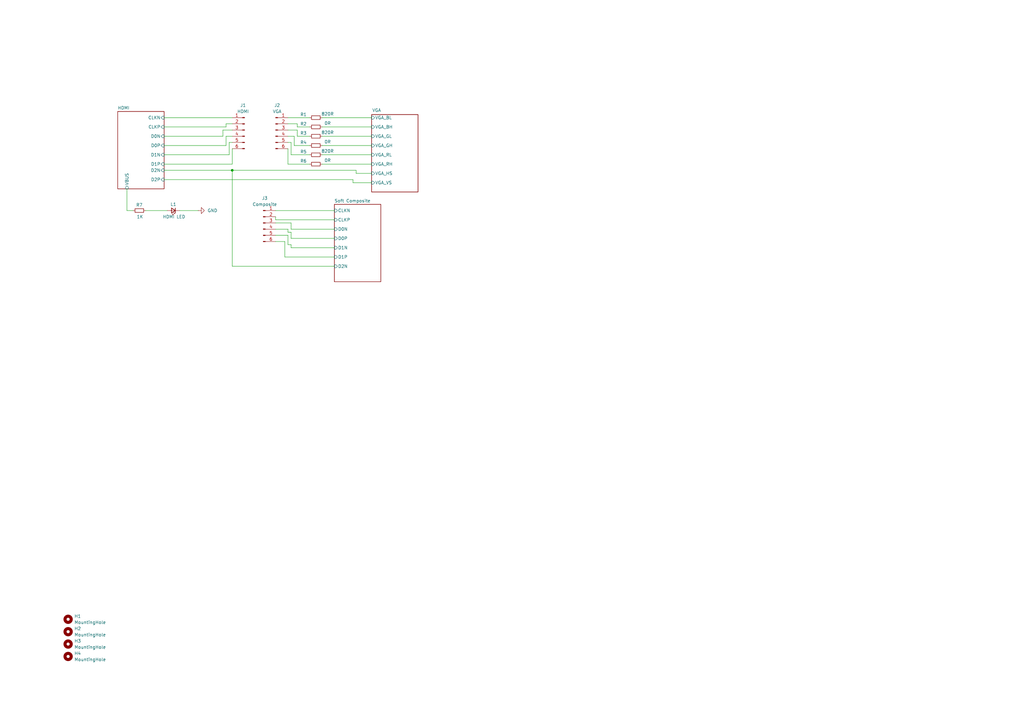
<source format=kicad_sch>
(kicad_sch (version 20250114) (generator "eeschema") (generator_version "9.0")
  (paper "A3")
  (title_block (title "HDMI to VGA Passive Adapter") (date "2025-04-01") (rev "2.02") (company "Mikhail Matveev") (comment 1 "https://github.com/xtremespb/frank"))
  (lib_symbols
    (symbol "Connector:Conn_01x06_Pin" (pin_names (offset 1.016) (hide yes))
      (property "Reference" "J" (at 0 7.62 0))
      (property "Value" "Conn_01x06_Pin" (at 0 -10.16 0))
      (symbol "Conn_01x06_Pin_1_1"
        (rectangle (start 0.8636 5.207) (end 0 4.953) (stroke (width 0.1524)) (fill (type outline)))
        (rectangle (start 0.8636 2.667) (end 0 2.413) (stroke (width 0.1524)) (fill (type outline)))
        (rectangle (start 0.8636 0.127) (end 0 -0.127) (stroke (width 0.1524)) (fill (type outline)))
        (rectangle (start 0.8636 -2.413) (end 0 -2.667) (stroke (width 0.1524)) (fill (type outline)))
        (rectangle (start 0.8636 -4.953) (end 0 -5.207) (stroke (width 0.1524)) (fill (type outline)))
        (rectangle (start 0.8636 -7.493) (end 0 -7.747) (stroke (width 0.1524)) (fill (type outline)))
        (polyline (pts (xy 1.27 5.08) (xy 0.8636 5.08)) (stroke (width 0.1524)))
        (polyline (pts (xy 1.27 2.54) (xy 0.8636 2.54)) (stroke (width 0.1524)))
        (polyline (pts (xy 1.27 0) (xy 0.8636 0)) (stroke (width 0.1524)))
        (polyline (pts (xy 1.27 -2.54) (xy 0.8636 -2.54)) (stroke (width 0.1524)))
        (polyline (pts (xy 1.27 -5.08) (xy 0.8636 -5.08)) (stroke (width 0.1524)))
        (polyline (pts (xy 1.27 -7.62) (xy 0.8636 -7.62)) (stroke (width 0.1524)))
        (pin passive line (at 5.08 5.08 180) (length 3.81) (name "Pin_1") (number "1"))
        (pin passive line (at 5.08 2.54 180) (length 3.81) (name "Pin_2") (number "2"))
        (pin passive line (at 5.08 0 180) (length 3.81) (name "Pin_3") (number "3"))
        (pin passive line (at 5.08 -2.54 180) (length 3.81) (name "Pin_4") (number "4"))
        (pin passive line (at 5.08 -5.08 180) (length 3.81) (name "Pin_5") (number "5"))
        (pin passive line (at 5.08 -7.62 180) (length 3.81) (name "Pin_6") (number "6"))
      )
    )
    (symbol "Device:LED_Small" (pin_numbers (hide yes)) (pin_names (offset 0.254) (hide yes))
      (property "Reference" "D" (at -1.27 3.175 0))
      (property "Value" "LED_Small" (at -4.445 -2.54 0))
      (symbol "LED_Small_0_1"
        (polyline (pts (xy -0.762 -1.016) (xy -0.762 1.016)) (stroke (width 0.254)))
        (polyline (pts (xy 0 0.762) (xy -0.508 1.27) (xy -0.254 1.27) (xy -0.508 1.27) (xy -0.508 1.016)))
        (polyline (pts (xy 0.508 1.27) (xy 0 1.778) (xy 0.254 1.778) (xy 0 1.778) (xy 0 1.524)))
        (polyline (pts (xy 0.762 -1.016) (xy -0.762 0) (xy 0.762 1.016) (xy 0.762 -1.016)) (stroke (width 0.254)))
        (polyline (pts (xy 1.016 0) (xy -0.762 0)))
      )
      (symbol "LED_Small_1_1"
        (pin passive line (at -2.54 0 0) (length 1.778) (name "K") (number "1"))
        (pin passive line (at 2.54 0 180) (length 1.778) (name "A") (number "2"))
      )
    )
    (symbol "Device:R_Small" (pin_numbers (hide yes)) (pin_names (offset 0.254) (hide yes))
      (property "Reference" "R" (at 0.762 0.508 0))
      (property "Value" "R_Small" (at 0.762 -1.016 0))
      (symbol "R_Small_0_1"
        (rectangle (start -0.762 1.778) (end 0.762 -1.778) (stroke (width 0.2032)))
      )
      (symbol "R_Small_1_1"
        (pin passive line (at 0 2.54 270) (length 0.762) (name "~") (number "1"))
        (pin passive line (at 0 -2.54 90) (length 0.762) (name "~") (number "2"))
      )
    )
    (symbol "Mechanical:MountingHole" (pin_names (offset 1.016)) (exclude_from_sim yes) (in_bom no)
      (property "Reference" "H" (at 0 5.08 0))
      (property "Value" "MountingHole" (at 0 3.175 0))
      (symbol "MountingHole_0_1"
        (circle (center 0 0) (radius 1.27) (stroke (width 1.27)))
      )
    )
    (symbol "power:GND" (power) (pin_numbers (hide yes)) (pin_names (offset 0) (hide yes))
      (property "Value" "GND" (at 0 -3.81 0))
      (symbol "GND_0_1"
        (polyline (pts (xy 0 0) (xy 0 -1.27) (xy 1.27 -1.27) (xy 0 -2.54) (xy -1.27 -1.27) (xy 0 -1.27)))
      )
      (symbol "GND_1_1"
        (pin power_in line (at 0 0 270) (length 0) (name "~") (number "1"))
      )
    )
  )
  (junction (at 95.25 69.85))
  (wire (pts (xy 121.92 53.34) (xy 121.92 55.88)))
  (wire (pts (xy 132.08 55.88) (xy 152.4 55.88)))
  (wire (pts (xy 95.25 109.22) (xy 137.16 109.22)))
  (wire (pts (xy 67.31 48.26) (xy 95.25 48.26)))
  (wire (pts (xy 118.11 55.88) (xy 120.65 55.88)))
  (wire (pts (xy 119.38 101.6) (xy 137.16 101.6)))
  (wire (pts (xy 127 63.5) (xy 119.38 63.5)))
  (wire (pts (xy 52.07 86.36) (xy 52.07 77.47)))
  (wire (pts (xy 95.25 69.85) (xy 95.25 109.22)))
  (wire (pts (xy 92.71 55.88) (xy 95.25 55.88)))
  (wire (pts (xy 118.11 96.52) (xy 118.11 100.33)))
  (wire (pts (xy 127 52.07) (xy 121.92 52.07)))
  (wire (pts (xy 127 67.31) (xy 118.11 67.31)))
  (wire (pts (xy 67.31 59.69) (xy 92.71 59.69)))
  (wire (pts (xy 132.08 67.31) (xy 152.4 67.31)))
  (wire (pts (xy 95.25 60.96) (xy 95.25 67.31)))
  (wire (pts (xy 119.38 93.98) (xy 137.16 93.98)))
  (wire (pts (xy 113.03 90.17) (xy 137.16 90.17)))
  (wire (pts (xy 67.31 52.07) (xy 92.71 52.07)))
  (wire (pts (xy 93.98 63.5) (xy 93.98 58.42)))
  (wire (pts (xy 120.65 55.88) (xy 120.65 59.69)))
  (wire (pts (xy 127 59.69) (xy 120.65 59.69)))
  (wire (pts (xy 119.38 97.79) (xy 119.38 95.25)))
  (wire (pts (xy 144.78 74.93) (xy 144.78 73.66)))
  (wire (pts (xy 93.98 58.42) (xy 95.25 58.42)))
  (wire (pts (xy 119.38 97.79) (xy 137.16 97.79)))
  (wire (pts (xy 118.11 93.98) (xy 113.03 93.98)))
  (wire (pts (xy 119.38 100.33) (xy 118.11 100.33)))
  (wire (pts (xy 119.38 101.6) (xy 119.38 100.33)))
  (wire (pts (xy 118.11 93.98) (xy 118.11 95.25)))
  (wire (pts (xy 132.08 63.5) (xy 152.4 63.5)))
  (wire (pts (xy 144.78 74.93) (xy 152.4 74.93)))
  (wire (pts (xy 116.84 99.06) (xy 113.03 99.06)))
  (wire (pts (xy 67.31 55.88) (xy 91.44 55.88)))
  (wire (pts (xy 118.11 96.52) (xy 113.03 96.52)))
  (wire (pts (xy 118.11 53.34) (xy 121.92 53.34)))
  (wire (pts (xy 68.58 86.36) (xy 59.69 86.36)))
  (wire (pts (xy 119.38 91.44) (xy 119.38 93.98)))
  (wire (pts (xy 67.31 63.5) (xy 93.98 63.5)))
  (wire (pts (xy 92.71 50.8) (xy 95.25 50.8)))
  (wire (pts (xy 119.38 58.42) (xy 119.38 63.5)))
  (wire (pts (xy 132.08 52.07) (xy 152.4 52.07)))
  (wire (pts (xy 119.38 95.25) (xy 118.11 95.25)))
  (wire (pts (xy 132.08 59.69) (xy 152.4 59.69)))
  (wire (pts (xy 116.84 105.41) (xy 137.16 105.41)))
  (wire (pts (xy 54.61 86.36) (xy 52.07 86.36)))
  (wire (pts (xy 116.84 99.06) (xy 116.84 105.41)))
  (wire (pts (xy 118.11 48.26) (xy 127 48.26)))
  (wire (pts (xy 146.05 71.12) (xy 146.05 69.85)))
  (wire (pts (xy 118.11 60.96) (xy 118.11 67.31)))
  (wire (pts (xy 132.08 48.26) (xy 152.4 48.26)))
  (wire (pts (xy 113.03 90.17) (xy 113.03 88.9)))
  (wire (pts (xy 121.92 50.8) (xy 121.92 52.07)))
  (wire (pts (xy 91.44 55.88) (xy 91.44 53.34)))
  (wire (pts (xy 146.05 71.12) (xy 152.4 71.12)))
  (wire (pts (xy 121.92 55.88) (xy 127 55.88)))
  (wire (pts (xy 119.38 91.44) (xy 113.03 91.44)))
  (wire (pts (xy 92.71 52.07) (xy 92.71 50.8)))
  (wire (pts (xy 118.11 50.8) (xy 121.92 50.8)))
  (wire (pts (xy 67.31 67.31) (xy 95.25 67.31)))
  (wire (pts (xy 81.28 86.36) (xy 73.66 86.36)))
  (wire (pts (xy 92.71 59.69) (xy 92.71 55.88)))
  (wire (pts (xy 146.05 69.85) (xy 95.25 69.85)))
  (wire (pts (xy 95.25 69.85) (xy 67.31 69.85)))
  (wire (pts (xy 91.44 53.34) (xy 95.25 53.34)))
  (wire (pts (xy 113.03 86.36) (xy 137.16 86.36)))
  (wire (pts (xy 144.78 73.66) (xy 67.31 73.66)))
  (wire (pts (xy 118.11 58.42) (xy 119.38 58.42)))
  (symbol (lib_id "Mechanical:MountingHole") (at 27.94 254 0) (unit 1) (exclude_from_sim yes) (in_bom no)
    (property "Reference" "H1" (at 30.48 252.7299 0) (effects (justify left)))
    (property "Value" "MountingHole" (at 30.48 255.2699 0) (effects (justify left)))
    (property "Footprint" "FRANK:Mounting Hole (2.7mm)" (effects (hide yes)))
    (property "Description" "Mounting Hole without connection" (effects (hide yes)))
  )
  (symbol (lib_id "Connector:Conn_01x06_Pin") (at 113.03 53.34 0) (unit 1)
    (property "Reference" "J2" (at 113.665 43.18 0))
    (property "Value" "VGA" (at 113.665 45.72 0))
    (property "Footprint" "FRANK:Pin Header (1x06)" (effects (hide yes)))
    (property "Description" "Generic connector, single row, 01x06, script generated" (effects (hide yes)))
  )
  (symbol (lib_id "Mechanical:MountingHole") (at 27.94 269.24 0) (unit 1) (exclude_from_sim yes) (in_bom no)
    (property "Reference" "H4" (at 30.48 267.9699 0) (effects (justify left)))
    (property "Value" "MountingHole" (at 30.48 270.5099 0) (effects (justify left)))
    (property "Footprint" "FRANK:Mounting Hole (2.7mm)" (effects (hide yes)))
    (property "Description" "Mounting Hole without connection" (effects (hide yes)))
  )
  (symbol (lib_id "Device:R_Small") (at 129.54 59.69 90) (unit 1)
    (property "Reference" "R4" (at 124.46 58.42 90))
    (property "Value" "0R" (at 134.366 58.166 90))
    (property "Footprint" "FRANK:Resistor (0805)" (effects (hide yes)))
    (property "Description" "Resistor, small symbol" (effects (hide yes)))
  )
  (symbol (lib_id "Device:R_Small") (at 129.54 55.88 90) (unit 1)
    (property "Reference" "R3" (at 124.46 54.61 90))
    (property "Value" "820R" (at 134.366 54.356 90))
    (property "Footprint" "FRANK:Resistor (0805)" (effects (hide yes)))
    (property "Description" "Resistor, small symbol" (effects (hide yes)))
  )
  (symbol (lib_id "power:GND") (at 81.28 86.36 90) (unit 1)
    (property "Reference" "#PWR01" (effects (hide yes)))
    (property "Value" "GND" (at 85.09 86.3599 90) (effects (justify right)))
    (property "Description" "Power symbol creates a global label with name \"GND\" , ground" (effects (hide yes)))
  )
  (symbol (lib_id "Connector:Conn_01x06_Pin") (at 100.33 53.34 0) (mirror y) (unit 1)
    (property "Reference" "J1" (at 99.695 43.18 0))
    (property "Value" "HDMI" (at 99.695 45.72 0))
    (property "Footprint" "FRANK:Pin Header (1x06)" (effects (hide yes)))
    (property "Description" "Generic connector, single row, 01x06, script generated" (effects (hide yes)))
  )
  (symbol (lib_id "Device:R_Small") (at 129.54 63.5 90) (unit 1)
    (property "Reference" "R5" (at 124.46 62.23 90))
    (property "Value" "820R" (at 134.366 61.976 90))
    (property "Footprint" "FRANK:Resistor (0805)" (effects (hide yes)))
    (property "Description" "Resistor, small symbol" (effects (hide yes)))
  )
  (symbol (lib_id "Device:LED_Small") (at 71.12 86.36 180) (unit 1)
    (property "Reference" "L1" (at 71.12 83.82 0))
    (property "Value" "HDMI LED" (at 71.374 88.9 0))
    (property "Footprint" "FRANK:LED (0805)" (effects (hide yes)))
    (property "Description" "Light emitting diode, small symbol" (effects (hide yes)))
    (property "Sim.Pin" "1=K 2=A" (effects (hide yes)))
  )
  (symbol (lib_id "Device:R_Small") (at 129.54 52.07 90) (unit 1)
    (property "Reference" "R2" (at 124.46 50.8 90))
    (property "Value" "0R" (at 134.366 50.546 90))
    (property "Footprint" "FRANK:Resistor (0805)" (effects (hide yes)))
    (property "Description" "Resistor, small symbol" (effects (hide yes)))
  )
  (symbol (lib_id "Mechanical:MountingHole") (at 27.94 259.08 0) (unit 1) (exclude_from_sim yes) (in_bom no)
    (property "Reference" "H2" (at 30.48 257.8099 0) (effects (justify left)))
    (property "Value" "MountingHole" (at 30.48 260.3499 0) (effects (justify left)))
    (property "Footprint" "FRANK:Mounting Hole (2.7mm)" (effects (hide yes)))
    (property "Description" "Mounting Hole without connection" (effects (hide yes)))
  )
  (symbol (lib_id "Device:R_Small") (at 129.54 48.26 90) (unit 1)
    (property "Reference" "R1" (at 124.46 46.99 90))
    (property "Value" "820R" (at 134.366 46.736 90))
    (property "Footprint" "FRANK:Resistor (0805)" (effects (hide yes)))
    (property "Description" "Resistor, small symbol" (effects (hide yes)))
  )
  (symbol (lib_id "Device:R_Small") (at 57.15 86.36 90) (unit 1)
    (property "Reference" "R7" (at 57.15 84.074 90))
    (property "Value" "1K" (at 57.404 88.9 90))
    (property "Footprint" "FRANK:Resistor (0805)" (effects (hide yes)))
    (property "Description" "Resistor, small symbol" (effects (hide yes)))
  )
  (symbol (lib_id "Device:R_Small") (at 129.54 67.31 90) (unit 1)
    (property "Reference" "R6" (at 124.46 66.04 90))
    (property "Value" "0R" (at 134.366 65.786 90))
    (property "Footprint" "FRANK:Resistor (0805)" (effects (hide yes)))
    (property "Description" "Resistor, small symbol" (effects (hide yes)))
  )
  (symbol (lib_id "Connector:Conn_01x06_Pin") (at 107.95 91.44 0) (unit 1)
    (property "Reference" "J3" (at 108.585 81.28 0))
    (property "Value" "Composite" (at 108.585 83.82 0))
    (property "Footprint" "FRANK:Pin Header (1x06)" (effects (hide yes)))
    (property "Description" "Generic connector, single row, 01x06, script generated" (effects (hide yes)))
  )
  (symbol (lib_id "Mechanical:MountingHole") (at 27.94 264.16 0) (unit 1) (exclude_from_sim yes) (in_bom no)
    (property "Reference" "H3" (at 30.48 262.8899 0) (effects (justify left)))
    (property "Value" "MountingHole" (at 30.48 265.4299 0) (effects (justify left)))
    (property "Footprint" "FRANK:Mounting Hole (2.7mm)" (effects (hide yes)))
    (property "Description" "Mounting Hole without connection" (effects (hide yes)))
  )
  (sheet (at 152.4 46.99) (size 19.05 31.75) (stroke (width 0.1524))
    (property "Sheetname" "VGA" (at 152.654 45.974 0) (effects (justify left bottom)))
    (property "Sheetfile" "vga.kicad_sch" (effects (hide yes)))
    (pin "VGA_GH" input (at 152.4 59.69 180))
    (pin "VGA_RH" input (at 152.4 67.31 180))
    (pin "VGA_BH" input (at 152.4 52.07 180))
    (pin "VGA_RL" input (at 152.4 63.5 180))
    (pin "VGA_GL" input (at 152.4 55.88 180))
    (pin "VGA_BL" input (at 152.4 48.26 180))
    (pin "VGA_HS" input (at 152.4 71.12 180))
    (pin "VGA_VS" input (at 152.4 74.93 180))
  )
  (sheet (at 137.16 83.82) (size 19.05 31.75) (stroke (width 0.1524))
    (property "Sheetname" "Soft Composite" (at 137.16 83.1084 0) (effects (justify left bottom)))
    (property "Sheetfile" "softcomp.kicad_sch" (effects (hide yes)))
    (pin "D0N" input (at 137.16 93.98 180))
    (pin "D1P" input (at 137.16 105.41 180))
    (pin "D0P" input (at 137.16 97.79 180))
    (pin "D2N" input (at 137.16 109.22 180))
    (pin "CLKN" input (at 137.16 86.36 180))
    (pin "CLKP" input (at 137.16 90.17 180))
    (pin "D1N" input (at 137.16 101.6 180))
  )
  (sheet (at 48.26 45.72) (size 19.05 31.75) (stroke (width 0.1524))
    (property "Sheetname" "HDMI" (at 48.26 45.0084 0) (effects (justify left bottom)))
    (property "Sheetfile" "hdmi.kicad_sch" (effects (hide yes)))
    (pin "D2N" input (at 67.31 69.85 0))
    (pin "D2P" input (at 67.31 73.66 0))
    (pin "D1P" input (at 67.31 67.31 0))
    (pin "D0P" input (at 67.31 59.69 0))
    (pin "D1N" input (at 67.31 63.5 0))
    (pin "CLKP" input (at 67.31 52.07 0))
    (pin "D0N" input (at 67.31 55.88 0))
    (pin "CLKN" input (at 67.31 48.26 0))
    (pin "VBUS" input (at 52.07 77.47 270))
  )
)
</source>
